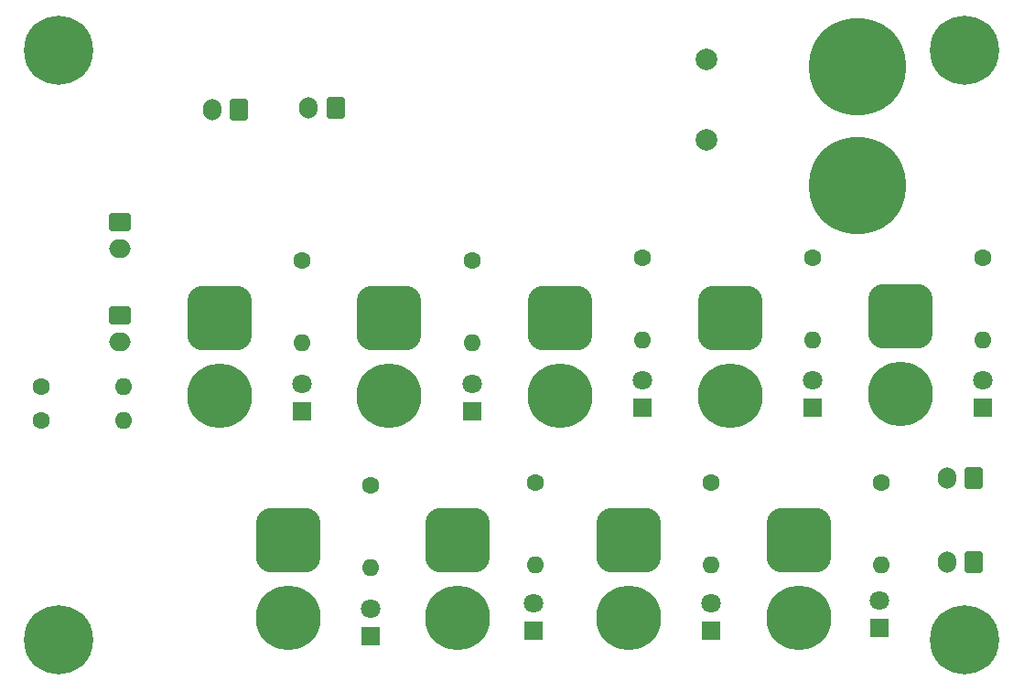
<source format=gbr>
%TF.GenerationSoftware,KiCad,Pcbnew,7.0.5*%
%TF.CreationDate,2023-08-26T23:20:04+09:00*%
%TF.ProjectId,Power_Supply,506f7765-725f-4537-9570-706c792e6b69,rev?*%
%TF.SameCoordinates,Original*%
%TF.FileFunction,Soldermask,Bot*%
%TF.FilePolarity,Negative*%
%FSLAX46Y46*%
G04 Gerber Fmt 4.6, Leading zero omitted, Abs format (unit mm)*
G04 Created by KiCad (PCBNEW 7.0.5) date 2023-08-26 23:20:04*
%MOMM*%
%LPD*%
G01*
G04 APERTURE LIST*
G04 Aperture macros list*
%AMRoundRect*
0 Rectangle with rounded corners*
0 $1 Rounding radius*
0 $2 $3 $4 $5 $6 $7 $8 $9 X,Y pos of 4 corners*
0 Add a 4 corners polygon primitive as box body*
4,1,4,$2,$3,$4,$5,$6,$7,$8,$9,$2,$3,0*
0 Add four circle primitives for the rounded corners*
1,1,$1+$1,$2,$3*
1,1,$1+$1,$4,$5*
1,1,$1+$1,$6,$7*
1,1,$1+$1,$8,$9*
0 Add four rect primitives between the rounded corners*
20,1,$1+$1,$2,$3,$4,$5,0*
20,1,$1+$1,$4,$5,$6,$7,0*
20,1,$1+$1,$6,$7,$8,$9,0*
20,1,$1+$1,$8,$9,$2,$3,0*%
G04 Aperture macros list end*
%ADD10RoundRect,0.250000X0.600000X0.750000X-0.600000X0.750000X-0.600000X-0.750000X0.600000X-0.750000X0*%
%ADD11O,1.700000X2.000000*%
%ADD12C,1.600000*%
%ADD13O,1.600000X1.600000*%
%ADD14R,1.800000X1.800000*%
%ADD15C,1.800000*%
%ADD16C,6.000000*%
%ADD17RoundRect,1.500000X1.500000X-1.500000X1.500000X1.500000X-1.500000X1.500000X-1.500000X-1.500000X0*%
%ADD18C,9.000000*%
%ADD19O,2.000000X1.700000*%
%ADD20RoundRect,0.250000X-0.750000X0.600000X-0.750000X-0.600000X0.750000X-0.600000X0.750000X0.600000X0*%
%ADD21C,0.800000*%
%ADD22C,6.400000*%
%ADD23C,2.000000*%
G04 APERTURE END LIST*
D10*
%TO.C,J16*%
X149820000Y-89789000D03*
D11*
X147320000Y-89789000D03*
%TD*%
D10*
%TO.C,J15*%
X149820000Y-97589000D03*
D11*
X147320000Y-97589000D03*
%TD*%
D12*
%TO.C,R7*%
X93980000Y-90418000D03*
D13*
X93980000Y-98038000D03*
%TD*%
D14*
%TO.C,D5*%
X93980000Y-104388000D03*
D15*
X93980000Y-101848000D03*
%TD*%
D13*
%TO.C,R12*%
X71120000Y-84475000D03*
D12*
X63500000Y-84475000D03*
%TD*%
D13*
%TO.C,R11*%
X87630000Y-77222000D03*
D12*
X87630000Y-69602000D03*
%TD*%
%TO.C,R10*%
X134874000Y-69392000D03*
D13*
X134874000Y-77012000D03*
%TD*%
D12*
%TO.C,R9*%
X125463000Y-90214000D03*
D13*
X125463000Y-97834000D03*
%TD*%
D12*
%TO.C,R8*%
X141211000Y-90170000D03*
D13*
X141211000Y-97790000D03*
%TD*%
D12*
%TO.C,R5*%
X109207000Y-90170000D03*
D13*
X109207000Y-97790000D03*
%TD*%
D12*
%TO.C,R4*%
X150602000Y-69392000D03*
D13*
X150602000Y-77012000D03*
%TD*%
D12*
%TO.C,R3*%
X119126000Y-69392000D03*
D13*
X119126000Y-77012000D03*
%TD*%
%TO.C,R2*%
X103378000Y-77222000D03*
D12*
X103378000Y-69602000D03*
%TD*%
D13*
%TO.C,R1*%
X71120000Y-81300000D03*
D12*
X63500000Y-81300000D03*
%TD*%
D16*
%TO.C,J14*%
X133604000Y-102698000D03*
D17*
X133604000Y-95498000D03*
%TD*%
D16*
%TO.C,J13*%
X117856000Y-102698000D03*
D17*
X117856000Y-95498000D03*
%TD*%
D16*
%TO.C,J12*%
X102018000Y-102698000D03*
D17*
X102018000Y-95498000D03*
%TD*%
D16*
%TO.C,J11*%
X86360000Y-102698000D03*
D17*
X86360000Y-95498000D03*
%TD*%
D18*
%TO.C,J10*%
X139065000Y-51650000D03*
X139065000Y-62650000D03*
%TD*%
D17*
%TO.C,J9*%
X142982000Y-74806000D03*
D16*
X142982000Y-82006000D03*
%TD*%
D17*
%TO.C,J8*%
X127234000Y-74930000D03*
D16*
X127234000Y-82130000D03*
%TD*%
D17*
%TO.C,J7*%
X111486000Y-74930000D03*
D16*
X111486000Y-82130000D03*
%TD*%
D19*
%TO.C,J6*%
X70760000Y-77196000D03*
D20*
X70760000Y-74696000D03*
%TD*%
%TO.C,J5*%
X70760000Y-66060000D03*
D19*
X70760000Y-68560000D03*
%TD*%
D10*
%TO.C,J4*%
X81823000Y-55626000D03*
D11*
X79323000Y-55626000D03*
%TD*%
D17*
%TO.C,J3*%
X95648000Y-74930000D03*
D16*
X95648000Y-82130000D03*
%TD*%
D10*
%TO.C,J2*%
X90765000Y-55520000D03*
D11*
X88265000Y-55520000D03*
%TD*%
D17*
%TO.C,J1*%
X79990000Y-74930000D03*
D16*
X79990000Y-82130000D03*
%TD*%
D21*
%TO.C,H4*%
X146571000Y-104775000D03*
X147273944Y-106472056D03*
X147273944Y-103077944D03*
X148971000Y-107175000D03*
D22*
X148971000Y-104775000D03*
D21*
X151371000Y-104775000D03*
X150668056Y-103077944D03*
X150668056Y-106472056D03*
X148971000Y-102375000D03*
%TD*%
%TO.C,H3*%
X62751000Y-104775000D03*
X63453944Y-106472056D03*
X63453944Y-103077944D03*
X65151000Y-107175000D03*
D22*
X65151000Y-104775000D03*
D21*
X67551000Y-104775000D03*
X66848056Y-103077944D03*
X66848056Y-106472056D03*
X65151000Y-102375000D03*
%TD*%
%TO.C,H2*%
X146571000Y-50165000D03*
X147273944Y-51862056D03*
X147273944Y-48467944D03*
X148971000Y-52565000D03*
D22*
X148971000Y-50165000D03*
D21*
X151371000Y-50165000D03*
X150668056Y-48467944D03*
X150668056Y-51862056D03*
X148971000Y-47765000D03*
%TD*%
%TO.C,H1*%
X62751000Y-50165000D03*
X63453944Y-51862056D03*
X63453944Y-48467944D03*
X65151000Y-52565000D03*
D22*
X65151000Y-50165000D03*
D21*
X67551000Y-50165000D03*
X66848056Y-48467944D03*
X66848056Y-51862056D03*
X65151000Y-47765000D03*
%TD*%
D14*
%TO.C,D9*%
X109080000Y-103886000D03*
D15*
X109080000Y-101346000D03*
%TD*%
D14*
%TO.C,D8*%
X150602000Y-83235000D03*
D15*
X150602000Y-80695000D03*
%TD*%
D14*
%TO.C,D7*%
X119126000Y-83235000D03*
D15*
X119126000Y-80695000D03*
%TD*%
D14*
%TO.C,D6*%
X103378000Y-83572000D03*
D15*
X103378000Y-81032000D03*
%TD*%
D14*
%TO.C,D4*%
X141084000Y-103676000D03*
D15*
X141084000Y-101136000D03*
%TD*%
D14*
%TO.C,D3*%
X125463000Y-103930000D03*
D15*
X125463000Y-101390000D03*
%TD*%
%TO.C,D2*%
X134874000Y-80695000D03*
D14*
X134874000Y-83235000D03*
%TD*%
%TO.C,D1*%
X87630000Y-83572000D03*
D15*
X87630000Y-81032000D03*
%TD*%
D23*
%TO.C,C1*%
X125095000Y-58487000D03*
X125095000Y-50987000D03*
%TD*%
M02*

</source>
